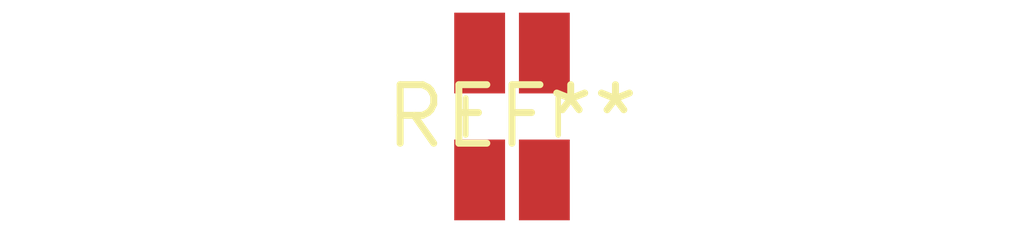
<source format=kicad_pcb>
(kicad_pcb (version 20240108) (generator pcbnew)
  (layers (0 "F.Cu" signal) (31 "B.Cu" signal) (34 "B.Paste" user) (35 "F.Paste" user) (36 "B.SilkS" user "B.Silkscreen") (37 "F.SilkS" user "F.Silkscreen") (38 "B.Mask" user) (39 "F.Mask" user) (44 "Edge.Cuts" user))
  (net 0 "")
  (footprint "R_Shunt_Ohmite_LVK12" (layer "F.Cu") (at 0 0)
    (property "Reference" "REF**")
    (property "Value" "R_Shunt_Ohmite_LVK12")
    (fp_line (start -1 0.4) (end -1 -0.4) (layer "F.SilkS") (stroke (width 0.12)))
    (fp_line (start 1 -0.4) (end 1 0.4) (layer "F.SilkS") (stroke (width 0.12)))
    (pad "1" smd rect (at -0.7 -1.375) (size 1.1 1.75) (layers "F.Cu" "F.Paste" "F.Mask"))
    (pad "2" smd rect (at 0.7 -1.375) (size 1.1 1.75) (layers "F.Cu" "F.Paste" "F.Mask"))
    (pad "3" smd rect (at 0.7 1.375) (size 1.1 1.75) (layers "F.Cu" "F.Paste" "F.Mask"))
    (pad "4" smd rect (at -0.7 1.375) (size 1.1 1.75) (layers "F.Cu" "F.Paste" "F.Mask"))
  )
)
</source>
